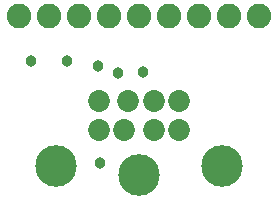
<source format=gbr>
G04 EAGLE Gerber RS-274X export*
G75*
%MOMM*%
%FSLAX34Y34*%
%LPD*%
%INSoldermask Top*%
%IPPOS*%
%AMOC8*
5,1,8,0,0,1.08239X$1,22.5*%
G01*
%ADD10C,2.082800*%
%ADD11C,1.853200*%
%ADD12C,3.519200*%
%ADD13C,0.965200*%


D10*
X20320Y175260D03*
X45720Y175260D03*
X71120Y175260D03*
X96520Y175260D03*
X121920Y175260D03*
X147320Y175260D03*
X172720Y175260D03*
X198120Y175260D03*
X223520Y175260D03*
D11*
X87870Y103850D03*
X155970Y79350D03*
X87870Y79350D03*
D12*
X121920Y40650D03*
X51920Y48650D03*
X191920Y48650D03*
D11*
X155970Y103850D03*
X134920Y79350D03*
X109020Y79350D03*
X134920Y103850D03*
X112920Y103850D03*
D13*
X88900Y50800D03*
X124968Y128016D03*
X87376Y133096D03*
X104140Y127000D03*
X30480Y137160D03*
X60960Y137160D03*
M02*

</source>
